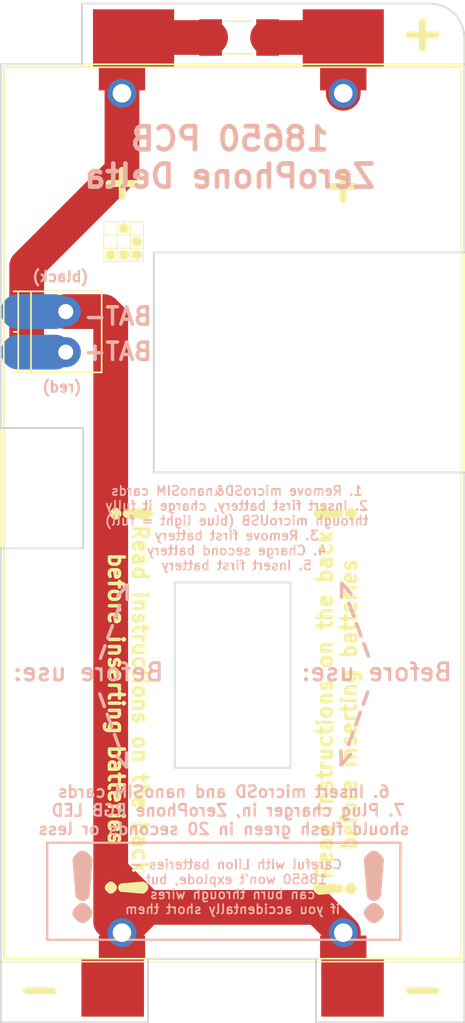
<source format=kicad_pcb>
(kicad_pcb (version 4) (host pcbnew 4.0.7)

  (general
    (links 13)
    (no_connects 0)
    (area 19.724019 17.124999 59.875001 105.275001)
    (thickness 1.6)
    (drawings 54)
    (tracks 26)
    (zones 0)
    (modules 5)
    (nets 4)
  )

  (page A4)
  (layers
    (0 F.Cu signal)
    (31 B.Cu signal)
    (32 B.Adhes user)
    (33 F.Adhes user)
    (34 B.Paste user)
    (35 F.Paste user)
    (36 B.SilkS user)
    (37 F.SilkS user)
    (38 B.Mask user)
    (39 F.Mask user)
    (40 Dwgs.User user)
    (41 Cmts.User user)
    (42 Eco1.User user)
    (43 Eco2.User user)
    (44 Edge.Cuts user)
    (45 Margin user)
    (46 B.CrtYd user)
    (47 F.CrtYd user)
    (48 B.Fab user)
    (49 F.Fab user)
  )

  (setup
    (last_trace_width 3)
    (user_trace_width 3)
    (trace_clearance 0.2)
    (zone_clearance 0.508)
    (zone_45_only no)
    (trace_min 0.2)
    (segment_width 0.2)
    (edge_width 0.15)
    (via_size 0.6)
    (via_drill 0.4)
    (via_min_size 0.4)
    (via_min_drill 0.3)
    (uvia_size 0.3)
    (uvia_drill 0.1)
    (uvias_allowed no)
    (uvia_min_size 0.2)
    (uvia_min_drill 0.1)
    (pcb_text_width 0.3)
    (pcb_text_size 1.5 1.5)
    (mod_edge_width 0.15)
    (mod_text_size 1 1)
    (mod_text_width 0.15)
    (pad_size 2.6 2.6)
    (pad_drill 1.3)
    (pad_to_mask_clearance 0.2)
    (aux_axis_origin 61.89902 15.25724)
    (grid_origin 61.89902 15.25724)
    (visible_elements 7FFFFF7F)
    (pcbplotparams
      (layerselection 0x010f0_80000001)
      (usegerberextensions true)
      (usegerberattributes true)
      (excludeedgelayer true)
      (linewidth 0.200000)
      (plotframeref false)
      (viasonmask false)
      (mode 1)
      (useauxorigin true)
      (hpglpennumber 1)
      (hpglpenspeed 20)
      (hpglpendiameter 15)
      (hpglpenoverlay 2)
      (psnegative false)
      (psa4output false)
      (plotreference false)
      (plotvalue false)
      (plotinvisibletext false)
      (padsonsilk false)
      (subtractmaskfromsilk false)
      (outputformat 1)
      (mirror false)
      (drillshape 0)
      (scaleselection 1)
      (outputdirectory gerbers/))
  )

  (net 0 "")
  (net 1 "Net-(BT1-Pad1)")
  (net 2 "Net-(BT1-Pad3)")
  (net 3 "Net-(BT1-Pad2)")

  (net_class Default "This is the default net class."
    (clearance 0.2)
    (trace_width 0.25)
    (via_dia 0.6)
    (via_drill 0.4)
    (uvia_dia 0.3)
    (uvia_drill 0.1)
    (add_net "Net-(BT1-Pad1)")
    (add_net "Net-(BT1-Pad2)")
    (add_net "Net-(BT1-Pad3)")
  )

  (module footprints:BLM_18650_PC4 (layer F.Cu) (tedit 59A8AD24) (tstamp 590D15A9)
    (at 39.8 61.2)
    (path /590D1DD3)
    (fp_text reference BT2 (at -17.67586 39.70804) (layer F.SilkS) hide
      (effects (font (size 1 1) (thickness 0.15)))
    )
    (fp_text value 2x_Battery_Holder (at -0.12138 -27.49196) (layer B.Fab) hide
      (effects (font (size 1 1) (thickness 0.15)) (justify mirror))
    )
    (fp_line (start -20 -38.75) (end -20 38.75) (layer F.SilkS) (width 0.15))
    (fp_line (start -20 38.75) (end 20 38.75) (layer F.SilkS) (width 0.15))
    (fp_line (start 20 -38.75) (end 20 38.75) (layer F.SilkS) (width 0.15))
    (fp_line (start -20 -38.75) (end 20 -38.75) (layer F.SilkS) (width 0.15))
    (pad 1 thru_hole circle (at -9.55 -36.25) (size 2.5 2.5) (drill 1.6) (layers *.Cu *.Mask)
      (net 1 "Net-(BT1-Pad1)"))
    (pad 2 thru_hole circle (at 9.55 -36.25) (size 2.5 2.5) (drill 1.6) (layers *.Cu *.Mask)
      (net 3 "Net-(BT1-Pad2)"))
    (pad 3 thru_hole circle (at -9.55 36.25) (size 2.5 2.5) (drill 1.6) (layers *.Cu *.Mask)
      (net 2 "Net-(BT1-Pad3)"))
    (pad 4 thru_hole circle (at 9.55 36.25) (size 2.5 2.5) (drill 1.6) (layers *.Cu *.Mask)
      (net 2 "Net-(BT1-Pad3)"))
  )

  (module footprints:KEYSTONE_1048 (layer F.Cu) (tedit 59A8AD20) (tstamp 590D2338)
    (at 39.8 61.2)
    (path /590D1921)
    (fp_text reference BT1 (at -17.62138 37.30804) (layer F.SilkS) hide
      (effects (font (size 1 1) (thickness 0.15)))
    )
    (fp_text value 2x_Battery_Holder (at 0.37862 -29.59196) (layer F.Fab) hide
      (effects (font (size 1 1) (thickness 0.15)))
    )
    (fp_line (start -19.75 -38.5) (end -19.75 38.5) (layer F.SilkS) (width 0.15))
    (fp_line (start -19.75 38.5) (end 19.75 38.5) (layer F.SilkS) (width 0.15))
    (fp_line (start 19.75 -38.5) (end 19.75 38.5) (layer F.SilkS) (width 0.15))
    (fp_line (start -19.75 -38.5) (end 19.75 -38.5) (layer F.SilkS) (width 0.15))
    (pad 1 smd rect (at -8.55 -41) (size 7 5) (layers F.Cu F.Paste F.Mask)
      (net 1 "Net-(BT1-Pad1)"))
    (pad 2 smd rect (at 9.55 -41) (size 7 5) (layers F.Cu F.Paste F.Mask)
      (net 3 "Net-(BT1-Pad2)"))
    (pad 3 smd rect (at -10.35 41) (size 5.4 5) (layers F.Cu F.Paste F.Mask)
      (net 2 "Net-(BT1-Pad3)"))
    (pad 4 smd rect (at 10.35 41) (size 5.4 5) (layers F.Cu F.Paste F.Mask)
      (net 2 "Net-(BT1-Pad3)"))
    (pad "" np_thru_hole circle (at 17.2 -36) (size 1.7 1.7) (drill 1.7) (layers *.Cu *.Mask))
    (pad "" np_thru_hole circle (at -17.5 -27.5) (size 3 3) (drill 3) (layers *.Cu *.Mask))
    (pad "" np_thru_hole circle (at 17.5 27.5) (size 3 3) (drill 3) (layers *.Cu *.Mask))
    (pad 1 smd rect (at -9.55 -37.5) (size 4 2) (layers F.Cu F.Paste F.Mask)
      (net 1 "Net-(BT1-Pad1)"))
    (pad 2 smd rect (at 9.55 -37.5) (size 4 2) (layers F.Cu F.Paste F.Mask)
      (net 3 "Net-(BT1-Pad2)"))
    (pad 3 smd rect (at -9.55 37.5) (size 4 2) (layers F.Cu F.Paste F.Mask)
      (net 2 "Net-(BT1-Pad3)"))
    (pad 4 smd rect (at 9.55 37.5) (size 4 2) (layers F.Cu F.Paste F.Mask)
      (net 2 "Net-(BT1-Pad3)"))
  )

  (module Terminal_Blocks:TerminalBlock_Pheonix_PT-3.5mm_2pol (layer F.Cu) (tedit 5AA6058E) (tstamp 590D20A7)
    (at 25.39902 43.80804 270)
    (descr "2-way 3.5mm pitch terminal block, Phoenix PT series")
    (path /590D1D4A)
    (fp_text reference P1 (at 1.75 -4.3 270) (layer F.SilkS) hide
      (effects (font (size 1 1) (thickness 0.15)))
    )
    (fp_text value CONN_01X02 (at 1.75 6 270) (layer F.Fab) hide
      (effects (font (size 1 1) (thickness 0.15)))
    )
    (fp_line (start -1.9 -3.3) (end 5.4 -3.3) (layer F.CrtYd) (width 0.05))
    (fp_line (start -1.9 4.7) (end -1.9 -3.3) (layer F.CrtYd) (width 0.05))
    (fp_line (start 5.4 4.7) (end -1.9 4.7) (layer F.CrtYd) (width 0.05))
    (fp_line (start 5.4 -3.3) (end 5.4 4.7) (layer F.CrtYd) (width 0.05))
    (fp_line (start 1.75 4.1) (end 1.75 4.5) (layer F.SilkS) (width 0.15))
    (fp_line (start -1.75 3) (end 5.25 3) (layer F.SilkS) (width 0.15))
    (fp_line (start -1.75 4.1) (end 5.25 4.1) (layer F.SilkS) (width 0.15))
    (fp_line (start -1.75 -3.1) (end -1.75 4.5) (layer F.SilkS) (width 0.15))
    (fp_line (start 5.25 4.5) (end 5.25 -3.1) (layer F.SilkS) (width 0.15))
    (fp_line (start 5.25 -3.1) (end -1.75 -3.1) (layer F.SilkS) (width 0.15))
    (pad 2 thru_hole circle (at 3.5 0 270) (size 2.6 2.6) (drill 1.3) (layers *.Cu *.Mask)
      (net 1 "Net-(BT1-Pad1)"))
    (pad 1 thru_hole circle (at 0 0 270) (size 2.6 2.6) (drill 1.3) (layers *.Cu *.Mask)
      (net 2 "Net-(BT1-Pad3)"))
  )

  (module Fuse_Holders_and_Fuses:Fuse_0679H (layer F.Cu) (tedit 59AF20DF) (tstamp 59A89C3E)
    (at 40.35982 20.13404)
    (descr "0679H Series, 2410 Size")
    (tags Fuse)
    (path /59A89BD5)
    (attr smd)
    (fp_text reference F1 (at 0 -2.6) (layer F.SilkS) hide
      (effects (font (size 1 1) (thickness 0.15)))
    )
    (fp_text value 1A (at 0 2.6) (layer F.Fab) hide
      (effects (font (size 1 1) (thickness 0.15)))
    )
    (fp_line (start -3.7 1.85) (end -3.7 -1.85) (layer F.CrtYd) (width 0.05))
    (fp_line (start 3.7 1.85) (end -3.7 1.85) (layer F.CrtYd) (width 0.05))
    (fp_line (start 3.7 -1.85) (end 3.7 1.85) (layer F.CrtYd) (width 0.05))
    (fp_line (start -3.7 -1.85) (end 3.7 -1.85) (layer F.CrtYd) (width 0.05))
    (fp_line (start -1.2 1.4) (end 1.2 1.4) (layer F.SilkS) (width 0.12))
    (fp_line (start -1.2 -1.4) (end 1.2 -1.4) (layer F.SilkS) (width 0.12))
    (fp_line (start -3.05 1.27) (end -3.05 -1.27) (layer F.Fab) (width 0.1))
    (fp_line (start 3.05 1.27) (end -3.05 1.27) (layer F.Fab) (width 0.1))
    (fp_line (start 3.05 -1.27) (end 3.05 1.27) (layer F.Fab) (width 0.1))
    (fp_line (start -3.05 -1.27) (end 3.05 -1.27) (layer F.Fab) (width 0.1))
    (pad 2 smd rect (at 2.46 0) (size 1.96 3.15) (layers F.Cu F.Paste F.Mask)
      (net 3 "Net-(BT1-Pad2)"))
    (pad 1 smd rect (at -2.46 0) (size 1.96 3.15) (layers F.Cu F.Paste F.Mask)
      (net 1 "Net-(BT1-Pad1)"))
  )

  (module art:glider (layer F.Cu) (tedit 0) (tstamp 59AF2942)
    (at 30.39902 37.75724)
    (fp_text reference G*** (at 0 0) (layer F.SilkS) hide
      (effects (font (thickness 0.3)))
    )
    (fp_text value LOGO (at 0.75 0) (layer F.SilkS) hide
      (effects (font (thickness 0.3)))
    )
    (fp_poly (pts (xy 1.741714 1.741714) (xy -1.741715 1.741714) (xy -1.741715 0.598714) (xy -1.687286 0.598714)
      (xy -1.687286 1.130905) (xy -1.686889 1.266391) (xy -1.685765 1.38998) (xy -1.684018 1.497051)
      (xy -1.681751 1.582981) (xy -1.679065 1.643149) (xy -1.676064 1.672934) (xy -1.675191 1.67519)
      (xy -1.654639 1.67826) (xy -1.602424 1.681044) (xy -1.523166 1.683438) (xy -1.421488 1.685339)
      (xy -1.302012 1.686645) (xy -1.169358 1.687254) (xy -1.130905 1.687285) (xy -0.598715 1.687285)
      (xy -0.598715 0.598714) (xy -0.544286 0.598714) (xy -0.544286 1.687285) (xy 0.544286 1.687285)
      (xy 0.544286 0.598714) (xy 0.598714 0.598714) (xy 0.598714 1.687825) (xy 1.138464 1.68302)
      (xy 1.678214 1.678214) (xy 1.68302 1.138464) (xy 1.687825 0.598714) (xy 0.598714 0.598714)
      (xy 0.544286 0.598714) (xy -0.544286 0.598714) (xy -0.598715 0.598714) (xy -1.687286 0.598714)
      (xy -1.741715 0.598714) (xy -1.741715 -0.544286) (xy -1.687286 -0.544286) (xy -1.687286 0.544286)
      (xy -0.598715 0.544286) (xy -0.598715 -0.544286) (xy -0.544286 -0.544286) (xy -0.544286 0.544286)
      (xy 0.544286 0.544286) (xy 0.544286 -0.544286) (xy 0.598714 -0.544286) (xy 0.598714 0.544286)
      (xy 1.687285 0.544286) (xy 1.687285 -0.544286) (xy 0.598714 -0.544286) (xy 0.544286 -0.544286)
      (xy -0.544286 -0.544286) (xy -0.598715 -0.544286) (xy -1.687286 -0.544286) (xy -1.741715 -0.544286)
      (xy -1.741715 -0.598715) (xy -1.687826 -0.598715) (xy -0.598715 -0.598715) (xy -0.598715 -1.687286)
      (xy -0.544286 -1.687286) (xy -0.544286 -0.598715) (xy 0.544286 -0.598715) (xy 0.598714 -0.598715)
      (xy 1.687825 -0.598715) (xy 1.68302 -1.138465) (xy 1.678214 -1.678214) (xy 0.598714 -1.687826)
      (xy 0.598714 -0.598715) (xy 0.544286 -0.598715) (xy 0.544286 -1.687286) (xy -0.544286 -1.687286)
      (xy -0.598715 -1.687286) (xy -0.598715 -1.687826) (xy -1.138465 -1.68302) (xy -1.678214 -1.678214)
      (xy -1.68302 -1.138465) (xy -1.687826 -0.598715) (xy -1.741715 -0.598715) (xy -1.741715 -1.741715)
      (xy 1.741714 -1.741715) (xy 1.741714 1.741714)) (layer F.SilkS) (width 0.01))
    (fp_poly (pts (xy -1.068592 0.694662) (xy -0.990891 0.711492) (xy -0.921352 0.745502) (xy -0.847992 0.802775)
      (xy -0.781012 0.87311) (xy -0.730616 0.946304) (xy -0.711493 0.99089) (xy -0.68986 1.122406)
      (xy -0.702348 1.247713) (xy -0.747045 1.362287) (xy -0.822043 1.461604) (xy -0.925431 1.541139)
      (xy -0.94932 1.55426) (xy -1.022451 1.578227) (xy -1.114541 1.589155) (xy -1.210491 1.586522)
      (xy -1.295202 1.569808) (xy -1.304734 1.566525) (xy -1.39723 1.515625) (xy -1.480398 1.438692)
      (xy -1.544485 1.345976) (xy -1.569219 1.28856) (xy -1.593484 1.164954) (xy -1.585357 1.047891)
      (xy -1.548629 0.941152) (xy -1.487089 0.848519) (xy -1.404526 0.773772) (xy -1.304729 0.720693)
      (xy -1.191488 0.693063) (xy -1.068592 0.694662)) (layer F.SilkS) (width 0.01))
    (fp_poly (pts (xy 0.098984 0.701345) (xy 0.190632 0.732088) (xy 0.294964 0.798163) (xy 0.372612 0.883086)
      (xy 0.423865 0.981434) (xy 0.449012 1.08778) (xy 0.448339 1.196702) (xy 0.422137 1.302774)
      (xy 0.370693 1.400571) (xy 0.294295 1.484671) (xy 0.193231 1.549646) (xy 0.146151 1.569001)
      (xy 0.025702 1.593242) (xy -0.096486 1.584199) (xy -0.152568 1.568028) (xy -0.262478 1.510208)
      (xy -0.348758 1.42946) (xy -0.409929 1.331595) (xy -0.444513 1.222425) (xy -0.451032 1.107761)
      (xy -0.428006 0.993415) (xy -0.373958 0.885198) (xy -0.338082 0.83886) (xy -0.247437 0.761823)
      (xy -0.139133 0.712166) (xy -0.021038 0.691477) (xy 0.098984 0.701345)) (layer F.SilkS) (width 0.01))
    (fp_poly (pts (xy 1.241596 0.700984) (xy 1.352698 0.741084) (xy 1.448108 0.807443) (xy 1.523185 0.897079)
      (xy 1.573287 1.00701) (xy 1.591304 1.097203) (xy 1.587266 1.218588) (xy 1.552463 1.329385)
      (xy 1.491691 1.425815) (xy 1.409748 1.504101) (xy 1.311431 1.560464) (xy 1.201536 1.591127)
      (xy 1.084861 1.59231) (xy 0.991099 1.569934) (xy 0.881824 1.512963) (xy 0.794664 1.430897)
      (xy 0.732298 1.329282) (xy 0.697402 1.213665) (xy 0.692655 1.089591) (xy 0.711492 0.99089)
      (xy 0.745502 0.921351) (xy 0.802775 0.847991) (xy 0.87311 0.781012) (xy 0.946304 0.730616)
      (xy 0.99089 0.711492) (xy 1.119446 0.690126) (xy 1.241596 0.700984)) (layer F.SilkS) (width 0.01))
    (fp_poly (pts (xy 1.179409 -0.448729) (xy 1.30172 -0.42148) (xy 1.405664 -0.366855) (xy 1.489034 -0.289965)
      (xy 1.549621 -0.195924) (xy 1.58522 -0.089842) (xy 1.593622 0.023167) (xy 1.572621 0.137991)
      (xy 1.520009 0.249519) (xy 1.495815 0.284099) (xy 1.414176 0.362781) (xy 1.312153 0.41773)
      (xy 1.198452 0.446904) (xy 1.081774 0.448263) (xy 0.970825 0.419767) (xy 0.9525 0.411487)
      (xy 0.847882 0.344013) (xy 0.770937 0.260166) (xy 0.720416 0.164675) (xy 0.695072 0.062274)
      (xy 0.693658 -0.042309) (xy 0.714924 -0.144342) (xy 0.757624 -0.239094) (xy 0.820508 -0.321834)
      (xy 0.90233 -0.387831) (xy 1.001842 -0.432356) (xy 1.117795 -0.450676) (xy 1.179409 -0.448729)) (layer F.SilkS) (width 0.01))
    (fp_poly (pts (xy 0.077808 -1.587251) (xy 0.192679 -1.551539) (xy 0.291916 -1.487748) (xy 0.370913 -1.399694)
      (xy 0.425063 -1.291196) (xy 0.448729 -1.179409) (xy 0.443527 -1.056567) (xy 0.407937 -0.945922)
      (xy 0.346751 -0.850825) (xy 0.264764 -0.774625) (xy 0.16677 -0.720674) (xy 0.057563 -0.692321)
      (xy -0.058065 -0.692917) (xy -0.175318 -0.725812) (xy -0.1905 -0.732668) (xy -0.29467 -0.79901)
      (xy -0.371702 -0.883046) (xy -0.422443 -0.979674) (xy -0.447741 -1.083793) (xy -0.44844 -1.190301)
      (xy -0.425388 -1.294097) (xy -0.379431 -1.390078) (xy -0.311415 -1.473144) (xy -0.222186 -1.538192)
      (xy -0.112592 -1.580121) (xy -0.048089 -1.591067) (xy 0.077808 -1.587251)) (layer F.SilkS) (width 0.01))
  )

  (gr_text + (at 49.32602 32.78324) (layer F.SilkS) (tstamp 5AA6048D)
    (effects (font (size 3 3) (thickness 0.6)))
  )
  (gr_text + (at 30.27602 32.52924) (layer F.SilkS)
    (effects (font (size 3 3) (thickness 0.6)))
  )
  (gr_line (start 26.8 22.45) (end 26.8 17.2) (layer Edge.Cuts) (width 0.15))
  (gr_text ! (at 48.79902 61.25724 90) (layer F.SilkS) (tstamp 59AF22FA)
    (effects (font (size 3 3) (thickness 0.75)))
  )
  (gr_text ! (at 48.79902 93.65724 90) (layer F.SilkS) (tstamp 59AF22EC)
    (effects (font (size 3 3) (thickness 0.75)))
  )
  (gr_text ! (at 30.49902 93.55724 270) (layer F.SilkS) (tstamp 59AF22E5)
    (effects (font (size 3 3) (thickness 0.75)))
  )
  (gr_text ! (at 30.89902 61.25724 270) (layer F.SilkS)
    (effects (font (size 3 3) (thickness 0.75)))
  )
  (gr_text "Read instructions on the back\nbefore inserting batteries" (at 30.79902 77.25724 270) (layer F.SilkS) (tstamp 59AF22C8)
    (effects (font (size 1.3 1.3) (thickness 0.3)))
  )
  (gr_text "Read instructions on the back\nbefore inserting batteries" (at 48.79902 77.75724 90) (layer F.SilkS)
    (effects (font (size 1.3 1.3) (thickness 0.3)))
  )
  (gr_line (start 19.79902 64.25724) (end 19.79902 105.2) (layer Edge.Cuts) (width 0.15))
  (gr_line (start 19.79902 22.45) (end 19.79902 53.85724) (layer Edge.Cuts) (width 0.15))
  (gr_line (start 26.89902 64.25724) (end 19.79902 64.25724) (layer Edge.Cuts) (width 0.15))
  (gr_line (start 26.89902 53.85724) (end 26.89902 64.25724) (layer Edge.Cuts) (width 0.15))
  (gr_line (start 19.79902 53.85724) (end 26.89902 53.85724) (layer Edge.Cuts) (width 0.15))
  (gr_text ---> (at 29.38702 80.02724 110) (layer B.SilkS) (tstamp 59A9B8C4)
    (effects (font (size 1.5 1.5) (thickness 0.3)) (justify mirror))
  )
  (gr_text ---> (at 50.46902 70.37524 290) (layer B.SilkS) (tstamp 59A9B8B0)
    (effects (font (size 1.5 1.5) (thickness 0.3)) (justify mirror))
  )
  (gr_text ---> (at 29.64102 70.62924 250) (layer B.SilkS) (tstamp 59A9B89F)
    (effects (font (size 1.5 1.5) (thickness 0.3)) (justify mirror))
  )
  (gr_text ---> (at 50.21502 79.77324 70) (layer B.SilkS)
    (effects (font (size 1.5 1.5) (thickness 0.3)) (justify mirror))
  )
  (gr_text "Before use:" (at 52.24702 74.94724) (layer B.SilkS) (tstamp 59A9B883)
    (effects (font (size 1.5 1.5) (thickness 0.25)) (justify mirror))
  )
  (gr_text "Before use:" (at 27.35502 74.94724) (layer B.SilkS)
    (effects (font (size 1.5 1.5) (thickness 0.25)) (justify mirror))
  )
  (gr_line (start 23.79902 98.06124) (end 23.79902 89.67924) (layer B.SilkS) (width 0.2))
  (gr_line (start 54.27902 98.06124) (end 23.79902 98.06124) (layer B.SilkS) (width 0.2))
  (gr_line (start 54.27902 89.67924) (end 54.27902 98.06124) (layer B.SilkS) (width 0.2))
  (gr_line (start 23.79902 89.67924) (end 54.27902 89.67924) (layer B.SilkS) (width 0.2))
  (gr_text ! (at 26.84702 93.74324) (layer B.SilkS) (tstamp 59A9B7C8)
    (effects (font (size 5 5) (thickness 1.25)))
  )
  (gr_text ! (at 51.99302 93.74324) (layer B.SilkS)
    (effects (font (size 5 5) (thickness 1.25)))
  )
  (gr_text "Careful with LiIon batteries - \n18650 won't explode, but \ncan burn through wires\nif you accidentally short them" (at 39.80102 93.48924) (layer B.SilkS)
    (effects (font (size 0.8 0.8) (thickness 0.15)) (justify mirror))
  )
  (gr_text BAT+ (at 29.89902 47.25724) (layer B.SilkS) (tstamp 59A9B6C5)
    (effects (font (size 1.5 1.5) (thickness 0.3)) (justify mirror))
  )
  (gr_text "(red)" (at 25.06902 50.30924) (layer B.SilkS) (tstamp 59A9B6C4)
    (effects (font (size 0.9 0.9) (thickness 0.2)) (justify mirror))
  )
  (gr_text BAT- (at 29.89902 44.21324) (layer B.SilkS)
    (effects (font (size 1.5 1.5) (thickness 0.3)) (justify mirror))
  )
  (gr_text "(black)" (at 24.94202 40.78424) (layer B.SilkS)
    (effects (font (size 0.9 0.9) (thickness 0.2)) (justify mirror))
  )
  (gr_text "6. Insert microSD and nanoSIM cards\n7. Plug charger in, ZeroPhone RGB LED \nshould flash green in 20 seconds or less" (at 39.03902 86.88524) (layer B.SilkS)
    (effects (font (size 1 1) (thickness 0.2)) (justify mirror))
  )
  (gr_text "1. Remove microSD&nanoSIM cards\n2. Insert first battery, charge it fully\nthrough microUSB (blue light = full)\n3. Remove first battery\n4. Charge second battery\n5. Insert first battery" (at 40.14902 62.50724) (layer B.SilkS)
    (effects (font (size 0.8 0.8) (thickness 0.15)) (justify mirror))
  )
  (gr_text - (at 56.18402 102.25224) (layer F.SilkS) (tstamp 59A8ADBD)
    (effects (font (size 3 3) (thickness 0.6)))
  )
  (gr_text - (at 23.16402 102.25224) (layer F.SilkS) (tstamp 59A8ADAE)
    (effects (font (size 3 3) (thickness 0.6)))
  )
  (gr_text + (at 56.18402 19.70224) (layer F.SilkS) (tstamp 59A8AD9D)
    (effects (font (size 3 3) (thickness 0.6)))
  )
  (gr_text "18650 PCB\nZeroPhone Delta" (at 39.54702 30.49724) (layer B.SilkS)
    (effects (font (size 2 2) (thickness 0.4)) (justify mirror))
  )
  (gr_line (start 26.8 22.45) (end 19.8 22.45) (layer Edge.Cuts) (width 0.15))
  (gr_line (start 34.8 67.2) (end 34.8 83.2) (layer Edge.Cuts) (width 0.15))
  (gr_line (start 34.8 83.2) (end 44.8 83.2) (layer Edge.Cuts) (width 0.15))
  (gr_line (start 44.8 67.2) (end 44.8 83.2) (layer Edge.Cuts) (width 0.15))
  (gr_line (start 34.8 67.2) (end 44.8 67.2) (layer Edge.Cuts) (width 0.15))
  (gr_line (start 59.8 105.2) (end 59.8 57.7) (layer Edge.Cuts) (width 0.15))
  (gr_line (start 33 57.7) (end 59.8 57.7) (layer Edge.Cuts) (width 0.15))
  (gr_line (start 33 38.7) (end 33 57.7) (layer Edge.Cuts) (width 0.15))
  (gr_line (start 33 38.7) (end 59.8 38.7) (layer Edge.Cuts) (width 0.15))
  (gr_arc (start 56.8 20.2) (end 56.8 17.2) (angle 90) (layer Edge.Cuts) (width 0.15))
  (gr_line (start 32.5 105.2) (end 19.8 105.2) (layer Edge.Cuts) (width 0.15))
  (gr_line (start 32.5 99.7) (end 32.5 105.2) (layer Edge.Cuts) (width 0.15))
  (gr_line (start 32.5 99.7) (end 47 99.7) (layer Edge.Cuts) (width 0.15))
  (gr_line (start 47 99.7) (end 47 105.2) (layer Edge.Cuts) (width 0.15))
  (gr_line (start 59.8 105.2) (end 47 105.2) (layer Edge.Cuts) (width 0.15))
  (gr_line (start 59.8 38.7) (end 59.8 20.2) (layer Edge.Cuts) (width 0.15))
  (gr_line (start 26.8 17.2) (end 56.8 17.2) (layer Edge.Cuts) (width 0.15))

  (segment (start 24.47862 47.30804) (end 22.781564 47.30804) (width 3) (layer F.Cu) (net 1))
  (segment (start 22.781564 47.30804) (end 22.028182 46.554658) (width 3) (layer F.Cu) (net 1))
  (segment (start 22.028182 46.554658) (end 22.028182 39.888078) (width 3) (layer F.Cu) (net 1))
  (segment (start 22.028182 39.888078) (end 30.25 31.66626) (width 3) (layer F.Cu) (net 1))
  (segment (start 30.25 31.66626) (end 30.25 24.95) (width 3) (layer F.Cu) (net 1))
  (segment (start 24.47862 47.30804) (end 21.30582 47.30804) (width 3) (layer B.Cu) (net 1))
  (segment (start 37.89982 20.13404) (end 31.31596 20.13404) (width 3) (layer F.Cu) (net 1))
  (segment (start 31.31596 20.13404) (end 31.25 20.2) (width 3) (layer F.Cu) (net 1))
  (segment (start 30.25 20.2) (end 30.25 24.95) (width 3) (layer F.Cu) (net 1))
  (segment (start 29.27862 92.72724) (end 29.27862 44.40804) (width 3) (layer F.Cu) (net 2))
  (segment (start 29.27862 44.40804) (end 28.67862 43.80804) (width 3) (layer F.Cu) (net 2))
  (segment (start 28.67862 43.80804) (end 25.39902 43.80804) (width 3) (layer F.Cu) (net 2))
  (segment (start 24.47862 43.80804) (end 21.28322 43.80804) (width 3) (layer B.Cu) (net 2))
  (segment (start 29.27862 92.1131) (end 32.43276 95.26724) (width 3) (layer F.Cu) (net 2))
  (segment (start 29.27862 92.72724) (end 29.27862 96.47862) (width 3) (layer F.Cu) (net 2))
  (segment (start 32.43276 95.26724) (end 31.81862 95.26724) (width 3) (layer F.Cu) (net 2))
  (segment (start 31.81862 95.26724) (end 29.27862 92.72724) (width 3) (layer F.Cu) (net 2))
  (segment (start 49.35 97.45) (end 47.16724 95.26724) (width 3) (layer F.Cu) (net 2))
  (segment (start 32.43276 95.26724) (end 47.16724 95.26724) (width 3) (layer F.Cu) (net 2))
  (segment (start 30.25 97.45) (end 32.43276 95.26724) (width 3) (layer F.Cu) (net 2))
  (segment (start 29.27862 96.47862) (end 30.25 97.45) (width 3) (layer F.Cu) (net 2))
  (segment (start 49.35 97.45) (end 49.35 102.2) (width 3) (layer F.Cu) (net 2))
  (segment (start 30.25 102.2) (end 30.25 97.45) (width 3) (layer F.Cu) (net 2))
  (segment (start 42.81982 20.13404) (end 49.28404 20.13404) (width 3) (layer F.Cu) (net 3))
  (segment (start 49.28404 20.13404) (end 49.35 20.2) (width 3) (layer F.Cu) (net 3))
  (segment (start 49.35 20.2) (end 49.35 24.95) (width 3) (layer F.Cu) (net 3))

  (zone (net 0) (net_name "") (layer B.Mask) (tstamp 0) (hatch edge 0.508)
    (connect_pads (clearance 0.508))
    (min_thickness 0.254)
    (fill yes (arc_segments 16) (thermal_gap 0.508) (thermal_bridge_width 0.508))
    (polygon
      (pts
        (xy 19.86202 45.73724) (xy 26.08502 45.73724) (xy 26.08502 48.78524) (xy 19.86202 48.78524)
      )
    )
    (filled_polygon
      (pts
        (xy 25.95802 48.65824) (xy 19.98902 48.65824) (xy 19.98902 45.86424) (xy 25.95802 45.86424)
      )
    )
  )
  (zone (net 0) (net_name "") (layer B.Mask) (tstamp 0) (hatch edge 0.508)
    (connect_pads (clearance 0.508))
    (min_thickness 0.254)
    (fill yes (arc_segments 16) (thermal_gap 0.508) (thermal_bridge_width 0.508))
    (polygon
      (pts
        (xy 19.73502 42.18124) (xy 26.08502 42.18124) (xy 26.08502 45.35624) (xy 19.73502 45.35624)
      )
    )
    (filled_polygon
      (pts
        (xy 25.95802 45.22924) (xy 19.86202 45.22924) (xy 19.86202 42.30824) (xy 25.95802 42.30824)
      )
    )
  )
)

</source>
